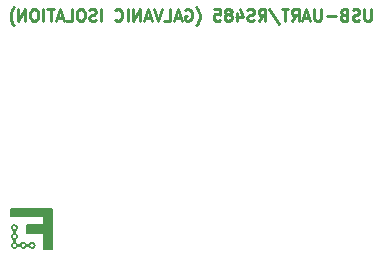
<source format=gbr>
%TF.GenerationSoftware,KiCad,Pcbnew,9.0.2*%
%TF.CreationDate,2025-06-06T06:50:43+02:00*%
%TF.ProjectId,USB-RS485_FT230,5553422d-5253-4343-9835-5f4654323330,rev?*%
%TF.SameCoordinates,Original*%
%TF.FileFunction,Legend,Bot*%
%TF.FilePolarity,Positive*%
%FSLAX46Y46*%
G04 Gerber Fmt 4.6, Leading zero omitted, Abs format (unit mm)*
G04 Created by KiCad (PCBNEW 9.0.2) date 2025-06-06 06:50:43*
%MOMM*%
%LPD*%
G01*
G04 APERTURE LIST*
%ADD10C,0.250000*%
%ADD11C,0.200000*%
G04 APERTURE END LIST*
D10*
X87047431Y-85314619D02*
X87047431Y-86124142D01*
X87047431Y-86124142D02*
X86999812Y-86219380D01*
X86999812Y-86219380D02*
X86952193Y-86267000D01*
X86952193Y-86267000D02*
X86856955Y-86314619D01*
X86856955Y-86314619D02*
X86666479Y-86314619D01*
X86666479Y-86314619D02*
X86571241Y-86267000D01*
X86571241Y-86267000D02*
X86523622Y-86219380D01*
X86523622Y-86219380D02*
X86476003Y-86124142D01*
X86476003Y-86124142D02*
X86476003Y-85314619D01*
X86047431Y-86267000D02*
X85904574Y-86314619D01*
X85904574Y-86314619D02*
X85666479Y-86314619D01*
X85666479Y-86314619D02*
X85571241Y-86267000D01*
X85571241Y-86267000D02*
X85523622Y-86219380D01*
X85523622Y-86219380D02*
X85476003Y-86124142D01*
X85476003Y-86124142D02*
X85476003Y-86028904D01*
X85476003Y-86028904D02*
X85523622Y-85933666D01*
X85523622Y-85933666D02*
X85571241Y-85886047D01*
X85571241Y-85886047D02*
X85666479Y-85838428D01*
X85666479Y-85838428D02*
X85856955Y-85790809D01*
X85856955Y-85790809D02*
X85952193Y-85743190D01*
X85952193Y-85743190D02*
X85999812Y-85695571D01*
X85999812Y-85695571D02*
X86047431Y-85600333D01*
X86047431Y-85600333D02*
X86047431Y-85505095D01*
X86047431Y-85505095D02*
X85999812Y-85409857D01*
X85999812Y-85409857D02*
X85952193Y-85362238D01*
X85952193Y-85362238D02*
X85856955Y-85314619D01*
X85856955Y-85314619D02*
X85618860Y-85314619D01*
X85618860Y-85314619D02*
X85476003Y-85362238D01*
X84714098Y-85790809D02*
X84571241Y-85838428D01*
X84571241Y-85838428D02*
X84523622Y-85886047D01*
X84523622Y-85886047D02*
X84476003Y-85981285D01*
X84476003Y-85981285D02*
X84476003Y-86124142D01*
X84476003Y-86124142D02*
X84523622Y-86219380D01*
X84523622Y-86219380D02*
X84571241Y-86267000D01*
X84571241Y-86267000D02*
X84666479Y-86314619D01*
X84666479Y-86314619D02*
X85047431Y-86314619D01*
X85047431Y-86314619D02*
X85047431Y-85314619D01*
X85047431Y-85314619D02*
X84714098Y-85314619D01*
X84714098Y-85314619D02*
X84618860Y-85362238D01*
X84618860Y-85362238D02*
X84571241Y-85409857D01*
X84571241Y-85409857D02*
X84523622Y-85505095D01*
X84523622Y-85505095D02*
X84523622Y-85600333D01*
X84523622Y-85600333D02*
X84571241Y-85695571D01*
X84571241Y-85695571D02*
X84618860Y-85743190D01*
X84618860Y-85743190D02*
X84714098Y-85790809D01*
X84714098Y-85790809D02*
X85047431Y-85790809D01*
X84047431Y-85933666D02*
X83285527Y-85933666D01*
X82809336Y-85314619D02*
X82809336Y-86124142D01*
X82809336Y-86124142D02*
X82761717Y-86219380D01*
X82761717Y-86219380D02*
X82714098Y-86267000D01*
X82714098Y-86267000D02*
X82618860Y-86314619D01*
X82618860Y-86314619D02*
X82428384Y-86314619D01*
X82428384Y-86314619D02*
X82333146Y-86267000D01*
X82333146Y-86267000D02*
X82285527Y-86219380D01*
X82285527Y-86219380D02*
X82237908Y-86124142D01*
X82237908Y-86124142D02*
X82237908Y-85314619D01*
X81809336Y-86028904D02*
X81333146Y-86028904D01*
X81904574Y-86314619D02*
X81571241Y-85314619D01*
X81571241Y-85314619D02*
X81237908Y-86314619D01*
X80333146Y-86314619D02*
X80666479Y-85838428D01*
X80904574Y-86314619D02*
X80904574Y-85314619D01*
X80904574Y-85314619D02*
X80523622Y-85314619D01*
X80523622Y-85314619D02*
X80428384Y-85362238D01*
X80428384Y-85362238D02*
X80380765Y-85409857D01*
X80380765Y-85409857D02*
X80333146Y-85505095D01*
X80333146Y-85505095D02*
X80333146Y-85647952D01*
X80333146Y-85647952D02*
X80380765Y-85743190D01*
X80380765Y-85743190D02*
X80428384Y-85790809D01*
X80428384Y-85790809D02*
X80523622Y-85838428D01*
X80523622Y-85838428D02*
X80904574Y-85838428D01*
X80047431Y-85314619D02*
X79476003Y-85314619D01*
X79761717Y-86314619D02*
X79761717Y-85314619D01*
X78428384Y-85267000D02*
X79285526Y-86552714D01*
X77523622Y-86314619D02*
X77856955Y-85838428D01*
X78095050Y-86314619D02*
X78095050Y-85314619D01*
X78095050Y-85314619D02*
X77714098Y-85314619D01*
X77714098Y-85314619D02*
X77618860Y-85362238D01*
X77618860Y-85362238D02*
X77571241Y-85409857D01*
X77571241Y-85409857D02*
X77523622Y-85505095D01*
X77523622Y-85505095D02*
X77523622Y-85647952D01*
X77523622Y-85647952D02*
X77571241Y-85743190D01*
X77571241Y-85743190D02*
X77618860Y-85790809D01*
X77618860Y-85790809D02*
X77714098Y-85838428D01*
X77714098Y-85838428D02*
X78095050Y-85838428D01*
X77142669Y-86267000D02*
X76999812Y-86314619D01*
X76999812Y-86314619D02*
X76761717Y-86314619D01*
X76761717Y-86314619D02*
X76666479Y-86267000D01*
X76666479Y-86267000D02*
X76618860Y-86219380D01*
X76618860Y-86219380D02*
X76571241Y-86124142D01*
X76571241Y-86124142D02*
X76571241Y-86028904D01*
X76571241Y-86028904D02*
X76618860Y-85933666D01*
X76618860Y-85933666D02*
X76666479Y-85886047D01*
X76666479Y-85886047D02*
X76761717Y-85838428D01*
X76761717Y-85838428D02*
X76952193Y-85790809D01*
X76952193Y-85790809D02*
X77047431Y-85743190D01*
X77047431Y-85743190D02*
X77095050Y-85695571D01*
X77095050Y-85695571D02*
X77142669Y-85600333D01*
X77142669Y-85600333D02*
X77142669Y-85505095D01*
X77142669Y-85505095D02*
X77095050Y-85409857D01*
X77095050Y-85409857D02*
X77047431Y-85362238D01*
X77047431Y-85362238D02*
X76952193Y-85314619D01*
X76952193Y-85314619D02*
X76714098Y-85314619D01*
X76714098Y-85314619D02*
X76571241Y-85362238D01*
X75714098Y-85647952D02*
X75714098Y-86314619D01*
X75952193Y-85267000D02*
X76190288Y-85981285D01*
X76190288Y-85981285D02*
X75571241Y-85981285D01*
X75047431Y-85743190D02*
X75142669Y-85695571D01*
X75142669Y-85695571D02*
X75190288Y-85647952D01*
X75190288Y-85647952D02*
X75237907Y-85552714D01*
X75237907Y-85552714D02*
X75237907Y-85505095D01*
X75237907Y-85505095D02*
X75190288Y-85409857D01*
X75190288Y-85409857D02*
X75142669Y-85362238D01*
X75142669Y-85362238D02*
X75047431Y-85314619D01*
X75047431Y-85314619D02*
X74856955Y-85314619D01*
X74856955Y-85314619D02*
X74761717Y-85362238D01*
X74761717Y-85362238D02*
X74714098Y-85409857D01*
X74714098Y-85409857D02*
X74666479Y-85505095D01*
X74666479Y-85505095D02*
X74666479Y-85552714D01*
X74666479Y-85552714D02*
X74714098Y-85647952D01*
X74714098Y-85647952D02*
X74761717Y-85695571D01*
X74761717Y-85695571D02*
X74856955Y-85743190D01*
X74856955Y-85743190D02*
X75047431Y-85743190D01*
X75047431Y-85743190D02*
X75142669Y-85790809D01*
X75142669Y-85790809D02*
X75190288Y-85838428D01*
X75190288Y-85838428D02*
X75237907Y-85933666D01*
X75237907Y-85933666D02*
X75237907Y-86124142D01*
X75237907Y-86124142D02*
X75190288Y-86219380D01*
X75190288Y-86219380D02*
X75142669Y-86267000D01*
X75142669Y-86267000D02*
X75047431Y-86314619D01*
X75047431Y-86314619D02*
X74856955Y-86314619D01*
X74856955Y-86314619D02*
X74761717Y-86267000D01*
X74761717Y-86267000D02*
X74714098Y-86219380D01*
X74714098Y-86219380D02*
X74666479Y-86124142D01*
X74666479Y-86124142D02*
X74666479Y-85933666D01*
X74666479Y-85933666D02*
X74714098Y-85838428D01*
X74714098Y-85838428D02*
X74761717Y-85790809D01*
X74761717Y-85790809D02*
X74856955Y-85743190D01*
X73761717Y-85314619D02*
X74237907Y-85314619D01*
X74237907Y-85314619D02*
X74285526Y-85790809D01*
X74285526Y-85790809D02*
X74237907Y-85743190D01*
X74237907Y-85743190D02*
X74142669Y-85695571D01*
X74142669Y-85695571D02*
X73904574Y-85695571D01*
X73904574Y-85695571D02*
X73809336Y-85743190D01*
X73809336Y-85743190D02*
X73761717Y-85790809D01*
X73761717Y-85790809D02*
X73714098Y-85886047D01*
X73714098Y-85886047D02*
X73714098Y-86124142D01*
X73714098Y-86124142D02*
X73761717Y-86219380D01*
X73761717Y-86219380D02*
X73809336Y-86267000D01*
X73809336Y-86267000D02*
X73904574Y-86314619D01*
X73904574Y-86314619D02*
X74142669Y-86314619D01*
X74142669Y-86314619D02*
X74237907Y-86267000D01*
X74237907Y-86267000D02*
X74285526Y-86219380D01*
X72237907Y-86695571D02*
X72285526Y-86647952D01*
X72285526Y-86647952D02*
X72380764Y-86505095D01*
X72380764Y-86505095D02*
X72428383Y-86409857D01*
X72428383Y-86409857D02*
X72476002Y-86267000D01*
X72476002Y-86267000D02*
X72523621Y-86028904D01*
X72523621Y-86028904D02*
X72523621Y-85838428D01*
X72523621Y-85838428D02*
X72476002Y-85600333D01*
X72476002Y-85600333D02*
X72428383Y-85457476D01*
X72428383Y-85457476D02*
X72380764Y-85362238D01*
X72380764Y-85362238D02*
X72285526Y-85219380D01*
X72285526Y-85219380D02*
X72237907Y-85171761D01*
X71333145Y-85362238D02*
X71428383Y-85314619D01*
X71428383Y-85314619D02*
X71571240Y-85314619D01*
X71571240Y-85314619D02*
X71714097Y-85362238D01*
X71714097Y-85362238D02*
X71809335Y-85457476D01*
X71809335Y-85457476D02*
X71856954Y-85552714D01*
X71856954Y-85552714D02*
X71904573Y-85743190D01*
X71904573Y-85743190D02*
X71904573Y-85886047D01*
X71904573Y-85886047D02*
X71856954Y-86076523D01*
X71856954Y-86076523D02*
X71809335Y-86171761D01*
X71809335Y-86171761D02*
X71714097Y-86267000D01*
X71714097Y-86267000D02*
X71571240Y-86314619D01*
X71571240Y-86314619D02*
X71476002Y-86314619D01*
X71476002Y-86314619D02*
X71333145Y-86267000D01*
X71333145Y-86267000D02*
X71285526Y-86219380D01*
X71285526Y-86219380D02*
X71285526Y-85886047D01*
X71285526Y-85886047D02*
X71476002Y-85886047D01*
X70904573Y-86028904D02*
X70428383Y-86028904D01*
X70999811Y-86314619D02*
X70666478Y-85314619D01*
X70666478Y-85314619D02*
X70333145Y-86314619D01*
X69523621Y-86314619D02*
X69999811Y-86314619D01*
X69999811Y-86314619D02*
X69999811Y-85314619D01*
X69333144Y-85314619D02*
X68999811Y-86314619D01*
X68999811Y-86314619D02*
X68666478Y-85314619D01*
X68380763Y-86028904D02*
X67904573Y-86028904D01*
X68476001Y-86314619D02*
X68142668Y-85314619D01*
X68142668Y-85314619D02*
X67809335Y-86314619D01*
X67476001Y-86314619D02*
X67476001Y-85314619D01*
X67476001Y-85314619D02*
X66904573Y-86314619D01*
X66904573Y-86314619D02*
X66904573Y-85314619D01*
X66428382Y-86314619D02*
X66428382Y-85314619D01*
X65380764Y-86219380D02*
X65428383Y-86267000D01*
X65428383Y-86267000D02*
X65571240Y-86314619D01*
X65571240Y-86314619D02*
X65666478Y-86314619D01*
X65666478Y-86314619D02*
X65809335Y-86267000D01*
X65809335Y-86267000D02*
X65904573Y-86171761D01*
X65904573Y-86171761D02*
X65952192Y-86076523D01*
X65952192Y-86076523D02*
X65999811Y-85886047D01*
X65999811Y-85886047D02*
X65999811Y-85743190D01*
X65999811Y-85743190D02*
X65952192Y-85552714D01*
X65952192Y-85552714D02*
X65904573Y-85457476D01*
X65904573Y-85457476D02*
X65809335Y-85362238D01*
X65809335Y-85362238D02*
X65666478Y-85314619D01*
X65666478Y-85314619D02*
X65571240Y-85314619D01*
X65571240Y-85314619D02*
X65428383Y-85362238D01*
X65428383Y-85362238D02*
X65380764Y-85409857D01*
X64190287Y-86314619D02*
X64190287Y-85314619D01*
X63761716Y-86267000D02*
X63618859Y-86314619D01*
X63618859Y-86314619D02*
X63380764Y-86314619D01*
X63380764Y-86314619D02*
X63285526Y-86267000D01*
X63285526Y-86267000D02*
X63237907Y-86219380D01*
X63237907Y-86219380D02*
X63190288Y-86124142D01*
X63190288Y-86124142D02*
X63190288Y-86028904D01*
X63190288Y-86028904D02*
X63237907Y-85933666D01*
X63237907Y-85933666D02*
X63285526Y-85886047D01*
X63285526Y-85886047D02*
X63380764Y-85838428D01*
X63380764Y-85838428D02*
X63571240Y-85790809D01*
X63571240Y-85790809D02*
X63666478Y-85743190D01*
X63666478Y-85743190D02*
X63714097Y-85695571D01*
X63714097Y-85695571D02*
X63761716Y-85600333D01*
X63761716Y-85600333D02*
X63761716Y-85505095D01*
X63761716Y-85505095D02*
X63714097Y-85409857D01*
X63714097Y-85409857D02*
X63666478Y-85362238D01*
X63666478Y-85362238D02*
X63571240Y-85314619D01*
X63571240Y-85314619D02*
X63333145Y-85314619D01*
X63333145Y-85314619D02*
X63190288Y-85362238D01*
X62571240Y-85314619D02*
X62380764Y-85314619D01*
X62380764Y-85314619D02*
X62285526Y-85362238D01*
X62285526Y-85362238D02*
X62190288Y-85457476D01*
X62190288Y-85457476D02*
X62142669Y-85647952D01*
X62142669Y-85647952D02*
X62142669Y-85981285D01*
X62142669Y-85981285D02*
X62190288Y-86171761D01*
X62190288Y-86171761D02*
X62285526Y-86267000D01*
X62285526Y-86267000D02*
X62380764Y-86314619D01*
X62380764Y-86314619D02*
X62571240Y-86314619D01*
X62571240Y-86314619D02*
X62666478Y-86267000D01*
X62666478Y-86267000D02*
X62761716Y-86171761D01*
X62761716Y-86171761D02*
X62809335Y-85981285D01*
X62809335Y-85981285D02*
X62809335Y-85647952D01*
X62809335Y-85647952D02*
X62761716Y-85457476D01*
X62761716Y-85457476D02*
X62666478Y-85362238D01*
X62666478Y-85362238D02*
X62571240Y-85314619D01*
X61237907Y-86314619D02*
X61714097Y-86314619D01*
X61714097Y-86314619D02*
X61714097Y-85314619D01*
X60952192Y-86028904D02*
X60476002Y-86028904D01*
X61047430Y-86314619D02*
X60714097Y-85314619D01*
X60714097Y-85314619D02*
X60380764Y-86314619D01*
X60190287Y-85314619D02*
X59618859Y-85314619D01*
X59904573Y-86314619D02*
X59904573Y-85314619D01*
X59285525Y-86314619D02*
X59285525Y-85314619D01*
X58618859Y-85314619D02*
X58428383Y-85314619D01*
X58428383Y-85314619D02*
X58333145Y-85362238D01*
X58333145Y-85362238D02*
X58237907Y-85457476D01*
X58237907Y-85457476D02*
X58190288Y-85647952D01*
X58190288Y-85647952D02*
X58190288Y-85981285D01*
X58190288Y-85981285D02*
X58237907Y-86171761D01*
X58237907Y-86171761D02*
X58333145Y-86267000D01*
X58333145Y-86267000D02*
X58428383Y-86314619D01*
X58428383Y-86314619D02*
X58618859Y-86314619D01*
X58618859Y-86314619D02*
X58714097Y-86267000D01*
X58714097Y-86267000D02*
X58809335Y-86171761D01*
X58809335Y-86171761D02*
X58856954Y-85981285D01*
X58856954Y-85981285D02*
X58856954Y-85647952D01*
X58856954Y-85647952D02*
X58809335Y-85457476D01*
X58809335Y-85457476D02*
X58714097Y-85362238D01*
X58714097Y-85362238D02*
X58618859Y-85314619D01*
X57761716Y-86314619D02*
X57761716Y-85314619D01*
X57761716Y-85314619D02*
X57190288Y-86314619D01*
X57190288Y-86314619D02*
X57190288Y-85314619D01*
X56809335Y-86695571D02*
X56761716Y-86647952D01*
X56761716Y-86647952D02*
X56666478Y-86505095D01*
X56666478Y-86505095D02*
X56618859Y-86409857D01*
X56618859Y-86409857D02*
X56571240Y-86267000D01*
X56571240Y-86267000D02*
X56523621Y-86028904D01*
X56523621Y-86028904D02*
X56523621Y-85838428D01*
X56523621Y-85838428D02*
X56571240Y-85600333D01*
X56571240Y-85600333D02*
X56618859Y-85457476D01*
X56618859Y-85457476D02*
X56666478Y-85362238D01*
X56666478Y-85362238D02*
X56761716Y-85219380D01*
X56761716Y-85219380D02*
X56809335Y-85171761D01*
D11*
X58573607Y-105323606D02*
G75*
G02*
X58126393Y-105323606I-223607J0D01*
G01*
X58126393Y-105323606D02*
G75*
G02*
X58573607Y-105323606I223607J0D01*
G01*
X57073607Y-103826394D02*
G75*
G02*
X56626393Y-103826394I-223607J0D01*
G01*
X56626393Y-103826394D02*
G75*
G02*
X57073607Y-103826394I223607J0D01*
G01*
X56800000Y-104050000D02*
X56900000Y-104050000D01*
X56900000Y-104350000D01*
X56800000Y-104350000D01*
X56800000Y-104050000D01*
X57823607Y-105323606D02*
G75*
G02*
X57376393Y-105323606I-223607J0D01*
G01*
X57376393Y-105323606D02*
G75*
G02*
X57823607Y-105323606I223607J0D01*
G01*
X57073607Y-104576394D02*
G75*
G02*
X56626393Y-104576394I-223607J0D01*
G01*
X56626393Y-104576394D02*
G75*
G02*
X57073607Y-104576394I223607J0D01*
G01*
X57950000Y-103550000D02*
X60025000Y-103550000D01*
X60025000Y-104250000D01*
X57950000Y-104250000D01*
X57950000Y-103550000D01*
G36*
X57950000Y-103550000D02*
G01*
X60025000Y-103550000D01*
X60025000Y-104250000D01*
X57950000Y-104250000D01*
X57950000Y-103550000D01*
G37*
X57850000Y-105250000D02*
X58100000Y-105250000D01*
X58100000Y-105400000D01*
X57850000Y-105400000D01*
X57850000Y-105250000D01*
X56575000Y-102200000D02*
X60025000Y-102200000D01*
X60025000Y-102850000D01*
X56575000Y-102850000D01*
X56575000Y-102200000D01*
G36*
X56575000Y-102200000D02*
G01*
X60025000Y-102200000D01*
X60025000Y-102850000D01*
X56575000Y-102850000D01*
X56575000Y-102200000D01*
G37*
X56800000Y-104800000D02*
X56900000Y-104800000D01*
X56900000Y-105100000D01*
X56800000Y-105100000D01*
X56800000Y-104800000D01*
X57075000Y-105250000D02*
X57325000Y-105250000D01*
X57325000Y-105400000D01*
X57075000Y-105400000D01*
X57075000Y-105250000D01*
X59350000Y-102200000D02*
X60050000Y-102200000D01*
X60050000Y-105600000D01*
X59350000Y-105600000D01*
X59350000Y-102200000D01*
G36*
X59350000Y-102200000D02*
G01*
X60050000Y-102200000D01*
X60050000Y-105600000D01*
X59350000Y-105600000D01*
X59350000Y-102200000D01*
G37*
X57073607Y-105323606D02*
G75*
G02*
X56626393Y-105323606I-223607J0D01*
G01*
X56626393Y-105323606D02*
G75*
G02*
X57073607Y-105323606I223607J0D01*
G01*
M02*

</source>
